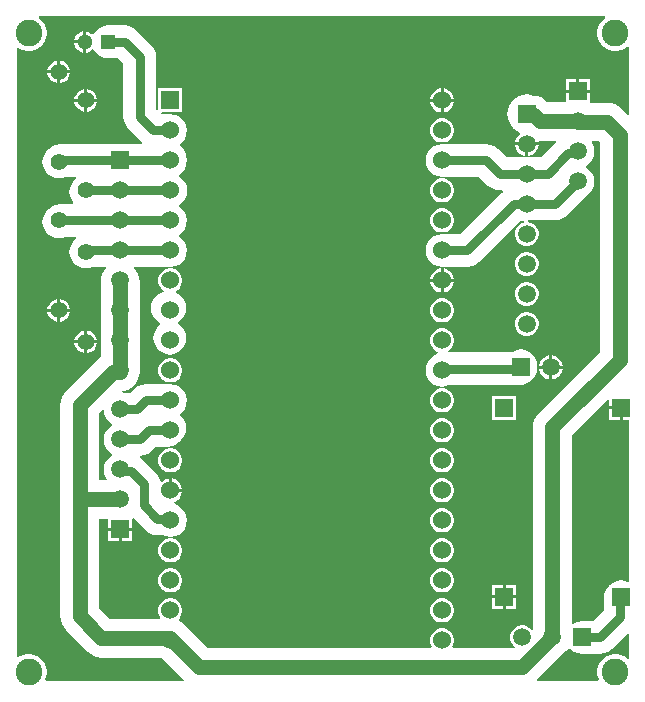
<source format=gbl>
G04*
G04 #@! TF.GenerationSoftware,Altium Limited,Altium Designer,22.4.2 (48)*
G04*
G04 Layer_Physical_Order=2*
G04 Layer_Color=16711680*
%FSLAX23Y23*%
%MOIN*%
G70*
G04*
G04 #@! TF.SameCoordinates,591487FC-1082-4C1E-878C-0D24C6327220*
G04*
G04*
G04 #@! TF.FilePolarity,Positive*
G04*
G01*
G75*
%ADD10C,0.030*%
%ADD11C,0.050*%
%ADD12C,0.055*%
%ADD13R,0.060X0.060*%
%ADD14C,0.060*%
%ADD15R,0.051X0.051*%
%ADD16C,0.051*%
%ADD17C,0.059*%
%ADD18R,0.059X0.059*%
%ADD19R,0.060X0.060*%
%ADD20R,0.059X0.059*%
%ADD21C,0.089*%
G36*
X4922Y3990D02*
X4917Y3987D01*
X4908Y3978D01*
X4902Y3968D01*
X4897Y3958D01*
X4895Y3946D01*
Y3934D01*
X4897Y3922D01*
X4902Y3912D01*
X4908Y3902D01*
X4917Y3893D01*
X4927Y3887D01*
X4937Y3882D01*
X4949Y3880D01*
X4961D01*
X4973Y3882D01*
X4983Y3887D01*
X4993Y3893D01*
X4996Y3896D01*
X5000Y3894D01*
Y3669D01*
X4996Y3667D01*
X4974Y3689D01*
X4964Y3697D01*
X4953Y3703D01*
X4941Y3707D01*
X4928Y3708D01*
X4870D01*
Y3740D01*
X4830D01*
X4790D01*
Y3710D01*
X4731D01*
X4729Y3711D01*
X4719Y3719D01*
X4708Y3725D01*
X4696Y3729D01*
X4683Y3730D01*
X4673Y3733D01*
X4660Y3735D01*
X4647Y3733D01*
X4635Y3730D01*
X4624Y3724D01*
X4614Y3716D01*
X4606Y3706D01*
X4600Y3695D01*
X4597Y3683D01*
X4595Y3670D01*
X4597Y3657D01*
X4600Y3645D01*
X4606Y3634D01*
X4614Y3624D01*
X4619Y3620D01*
X4629Y3612D01*
X4636Y3608D01*
X4636Y3602D01*
X4636Y3602D01*
X4628Y3594D01*
X4623Y3585D01*
X4620Y3575D01*
Y3575D01*
X4660D01*
X4700D01*
Y3575D01*
X4699Y3577D01*
X4702Y3580D01*
X4704Y3580D01*
X4756D01*
X4758Y3575D01*
X4707Y3525D01*
X4593D01*
X4564Y3554D01*
X4552Y3562D01*
X4539Y3568D01*
X4525Y3570D01*
X4378D01*
X4363Y3568D01*
X4350Y3562D01*
X4339Y3554D01*
X4330Y3542D01*
X4325Y3529D01*
X4323Y3515D01*
X4325Y3501D01*
X4330Y3488D01*
X4339Y3476D01*
X4350Y3468D01*
X4363Y3462D01*
X4378Y3460D01*
X4502D01*
X4531Y3431D01*
X4543Y3423D01*
X4556Y3417D01*
X4570Y3415D01*
X4579D01*
X4581Y3410D01*
X4577Y3408D01*
X4439Y3270D01*
X4378D01*
X4363Y3268D01*
X4350Y3262D01*
X4339Y3254D01*
X4330Y3242D01*
X4325Y3229D01*
X4323Y3215D01*
X4325Y3201D01*
X4330Y3188D01*
X4339Y3176D01*
X4350Y3168D01*
X4363Y3162D01*
X4378Y3160D01*
X4462D01*
X4476Y3162D01*
X4489Y3168D01*
X4501Y3176D01*
X4639Y3314D01*
X4652D01*
X4653Y3309D01*
X4645Y3307D01*
X4636Y3302D01*
X4628Y3294D01*
X4623Y3285D01*
X4620Y3275D01*
Y3265D01*
X4623Y3255D01*
X4628Y3246D01*
X4636Y3238D01*
X4645Y3233D01*
X4655Y3230D01*
X4665D01*
X4675Y3233D01*
X4684Y3238D01*
X4692Y3246D01*
X4697Y3255D01*
X4700Y3265D01*
Y3275D01*
X4697Y3285D01*
X4692Y3294D01*
X4684Y3302D01*
X4675Y3307D01*
X4665Y3310D01*
X4664D01*
X4663Y3315D01*
X4668Y3315D01*
X4755D01*
X4769Y3317D01*
X4782Y3323D01*
X4794Y3331D01*
X4869Y3406D01*
X4877Y3418D01*
X4883Y3431D01*
X4885Y3445D01*
X4883Y3459D01*
X4877Y3472D01*
X4869Y3484D01*
X4859Y3491D01*
X4858Y3497D01*
X4863Y3501D01*
X4869Y3506D01*
X4877Y3518D01*
X4883Y3531D01*
X4885Y3545D01*
X4883Y3559D01*
X4877Y3572D01*
X4876Y3574D01*
X4878Y3579D01*
X4901D01*
X4905Y3575D01*
Y2877D01*
X4699Y2671D01*
X4691Y2661D01*
X4685Y2650D01*
X4682Y2638D01*
X4680Y2625D01*
Y1953D01*
X4676Y1950D01*
X4669Y1957D01*
X4660Y1962D01*
X4650Y1965D01*
X4640D01*
X4630Y1962D01*
X4621Y1957D01*
X4613Y1949D01*
X4608Y1940D01*
X4605Y1930D01*
Y1920D01*
X4608Y1910D01*
X4613Y1901D01*
X4620Y1894D01*
X4617Y1890D01*
X4415D01*
X4412Y1895D01*
X4415Y1900D01*
X4418Y1910D01*
Y1920D01*
X4415Y1930D01*
X4410Y1940D01*
X4402Y1947D01*
X4393Y1952D01*
X4383Y1955D01*
X4372D01*
X4362Y1952D01*
X4353Y1947D01*
X4346Y1940D01*
X4340Y1930D01*
X4338Y1920D01*
Y1910D01*
X4340Y1900D01*
X4343Y1895D01*
X4340Y1890D01*
X3595D01*
X3516Y1969D01*
X3506Y1977D01*
X3500Y1980D01*
X3500Y1986D01*
X3504Y1990D01*
X3509Y2000D01*
X3512Y2010D01*
Y2020D01*
X3509Y2030D01*
X3504Y2040D01*
X3497Y2047D01*
X3488Y2052D01*
X3477Y2055D01*
X3467D01*
X3457Y2052D01*
X3448Y2047D01*
X3440Y2040D01*
X3435Y2030D01*
X3432Y2020D01*
Y2010D01*
X3435Y2000D01*
X3439Y1993D01*
X3436Y1988D01*
X3269D01*
X3235Y2022D01*
Y2320D01*
X3265D01*
Y2290D01*
X3305D01*
X3345D01*
Y2321D01*
X3350Y2323D01*
X3390Y2282D01*
X3402Y2273D01*
X3415Y2268D01*
X3429Y2266D01*
X3449D01*
X3458Y2262D01*
X3472Y2260D01*
X3486Y2262D01*
X3500Y2268D01*
X3511Y2276D01*
X3520Y2288D01*
X3525Y2301D01*
X3527Y2315D01*
X3525Y2329D01*
X3520Y2342D01*
X3511Y2354D01*
X3505Y2360D01*
X3494Y2368D01*
X3485Y2372D01*
X3485Y2377D01*
X3488Y2378D01*
X3497Y2383D01*
X3504Y2390D01*
X3509Y2400D01*
X3512Y2410D01*
Y2410D01*
X3472D01*
Y2415D01*
X3467D01*
Y2455D01*
X3467D01*
X3457Y2452D01*
X3448Y2447D01*
X3443Y2443D01*
X3438Y2445D01*
X3437Y2450D01*
X3432Y2463D01*
X3423Y2474D01*
X3379Y2518D01*
X3370Y2525D01*
X3370Y2526D01*
X3372Y2530D01*
X3384Y2532D01*
X3397Y2538D01*
X3409Y2546D01*
X3423Y2560D01*
X3462D01*
X3476Y2562D01*
X3489Y2568D01*
X3501Y2576D01*
X3509Y2584D01*
X3517Y2596D01*
X3523Y2609D01*
X3525Y2623D01*
X3523Y2637D01*
X3517Y2650D01*
X3509Y2662D01*
X3504Y2666D01*
Y2671D01*
X3511Y2676D01*
X3520Y2688D01*
X3525Y2701D01*
X3527Y2715D01*
X3525Y2729D01*
X3520Y2742D01*
X3511Y2754D01*
X3500Y2762D01*
X3486Y2768D01*
X3472Y2770D01*
X3390D01*
X3376Y2768D01*
X3363Y2762D01*
X3351Y2754D01*
X3337Y2740D01*
X3313D01*
X3311Y2745D01*
X3311Y2746D01*
X3318Y2747D01*
X3330Y2750D01*
X3341Y2756D01*
X3351Y2764D01*
X3359Y2774D01*
X3365Y2785D01*
X3368Y2797D01*
X3370Y2810D01*
Y3110D01*
X3368Y3123D01*
X3365Y3135D01*
X3359Y3146D01*
X3351Y3155D01*
X3352Y3160D01*
X3352Y3160D01*
X3472D01*
X3486Y3162D01*
X3500Y3168D01*
X3511Y3176D01*
X3520Y3188D01*
X3525Y3201D01*
X3527Y3215D01*
X3525Y3229D01*
X3520Y3242D01*
X3511Y3254D01*
X3500Y3262D01*
X3500Y3265D01*
Y3265D01*
X3500Y3268D01*
X3511Y3276D01*
X3520Y3288D01*
X3525Y3301D01*
X3527Y3315D01*
X3525Y3329D01*
X3520Y3342D01*
X3511Y3354D01*
X3500Y3362D01*
X3500Y3367D01*
X3501Y3368D01*
X3512Y3376D01*
X3521Y3388D01*
X3526Y3401D01*
X3528Y3415D01*
X3526Y3429D01*
X3521Y3442D01*
X3512Y3454D01*
X3501Y3462D01*
X3500Y3463D01*
X3500Y3468D01*
X3511Y3476D01*
X3520Y3488D01*
X3525Y3501D01*
X3527Y3515D01*
X3525Y3529D01*
X3524Y3533D01*
X3523Y3537D01*
X3517Y3550D01*
X3509Y3562D01*
X3504Y3566D01*
X3504Y3571D01*
X3511Y3576D01*
X3520Y3588D01*
X3525Y3601D01*
X3527Y3615D01*
X3525Y3629D01*
X3520Y3642D01*
X3511Y3654D01*
X3500Y3662D01*
X3486Y3668D01*
X3472Y3670D01*
X3442D01*
X3442Y3670D01*
X3445Y3675D01*
X3512D01*
Y3755D01*
X3432D01*
Y3684D01*
X3427Y3682D01*
X3425Y3684D01*
Y3860D01*
X3423Y3874D01*
X3417Y3887D01*
X3409Y3899D01*
X3359Y3949D01*
X3347Y3957D01*
X3334Y3963D01*
X3320Y3965D01*
X3265D01*
X3251Y3963D01*
X3238Y3957D01*
X3226Y3949D01*
X3218Y3937D01*
X3217Y3937D01*
X3211Y3935D01*
X3208Y3938D01*
X3200Y3943D01*
X3191Y3946D01*
Y3910D01*
Y3874D01*
X3200Y3877D01*
X3208Y3882D01*
X3211Y3885D01*
X3217Y3883D01*
X3218Y3883D01*
X3226Y3871D01*
X3238Y3863D01*
X3251Y3857D01*
X3265Y3855D01*
X3297D01*
X3315Y3837D01*
Y3660D01*
X3317Y3646D01*
X3323Y3633D01*
X3331Y3621D01*
X3376Y3576D01*
X3378Y3575D01*
X3377Y3570D01*
X3123D01*
X3121Y3570D01*
X3105D01*
X3091Y3568D01*
X3077Y3562D01*
X3066Y3554D01*
X3061Y3549D01*
X3053Y3537D01*
X3047Y3524D01*
X3045Y3510D01*
X3047Y3496D01*
X3053Y3483D01*
X3061Y3471D01*
X3073Y3463D01*
X3086Y3457D01*
X3100Y3455D01*
X3114Y3457D01*
X3121Y3460D01*
X3123D01*
X3124Y3460D01*
X3157D01*
X3158Y3455D01*
X3156Y3454D01*
X3151Y3449D01*
X3143Y3437D01*
X3137Y3424D01*
X3135Y3410D01*
X3137Y3396D01*
X3143Y3383D01*
X3148Y3375D01*
X3146Y3370D01*
X3123D01*
X3121Y3370D01*
X3105D01*
X3091Y3368D01*
X3077Y3362D01*
X3066Y3354D01*
X3061Y3349D01*
X3053Y3337D01*
X3047Y3324D01*
X3045Y3310D01*
X3047Y3296D01*
X3053Y3283D01*
X3061Y3271D01*
X3073Y3263D01*
X3086Y3257D01*
X3100Y3255D01*
X3114Y3257D01*
X3121Y3260D01*
X3123D01*
X3124Y3260D01*
X3157D01*
X3158Y3255D01*
X3156Y3254D01*
X3151Y3249D01*
X3143Y3237D01*
X3137Y3224D01*
X3135Y3210D01*
X3137Y3196D01*
X3143Y3183D01*
X3151Y3171D01*
X3163Y3163D01*
X3176Y3157D01*
X3190Y3155D01*
X3204Y3157D01*
X3211Y3160D01*
X3218D01*
X3219Y3160D01*
X3258D01*
X3258Y3160D01*
X3259Y3155D01*
X3251Y3146D01*
X3245Y3135D01*
X3242Y3123D01*
X3240Y3110D01*
Y2861D01*
X3234Y2856D01*
X3124Y2746D01*
X3116Y2736D01*
X3110Y2725D01*
X3107Y2713D01*
X3105Y2700D01*
Y2390D01*
Y1995D01*
X3107Y1982D01*
X3110Y1970D01*
X3116Y1959D01*
X3124Y1949D01*
X3196Y1877D01*
X3206Y1869D01*
X3217Y1863D01*
X3229Y1860D01*
X3242Y1858D01*
X3443D01*
X3517Y1784D01*
X3515Y1780D01*
X3058D01*
X3054Y1785D01*
X3058Y1792D01*
X3060Y1804D01*
Y1816D01*
X3058Y1828D01*
X3053Y1838D01*
X3047Y1848D01*
X3038Y1857D01*
X3028Y1863D01*
X3018Y1868D01*
X3006Y1870D01*
X2994D01*
X2982Y1868D01*
X2972Y1863D01*
X2965Y1859D01*
X2960Y1861D01*
Y3889D01*
X2965Y3891D01*
X2972Y3887D01*
X2982Y3882D01*
X2994Y3880D01*
X3006D01*
X3018Y3882D01*
X3028Y3887D01*
X3038Y3893D01*
X3047Y3902D01*
X3053Y3912D01*
X3058Y3922D01*
X3060Y3934D01*
Y3946D01*
X3058Y3958D01*
X3053Y3968D01*
X3047Y3978D01*
X3038Y3987D01*
X3033Y3990D01*
X3034Y3995D01*
X4921D01*
X4922Y3990D01*
D02*
G37*
G36*
X3251Y2682D02*
X3252Y2671D01*
X3258Y2658D01*
X3266Y2646D01*
X3277Y2638D01*
X3278Y2635D01*
Y2635D01*
X3277Y2632D01*
X3266Y2624D01*
X3258Y2612D01*
X3252Y2599D01*
X3250Y2585D01*
X3252Y2571D01*
X3258Y2558D01*
X3266Y2546D01*
X3277Y2538D01*
X3278Y2535D01*
Y2535D01*
X3277Y2532D01*
X3266Y2524D01*
X3258Y2512D01*
X3252Y2499D01*
X3250Y2485D01*
X3252Y2471D01*
X3258Y2458D01*
X3260Y2454D01*
X3258Y2450D01*
X3235D01*
Y2673D01*
X3245Y2684D01*
X3251Y2682D01*
D02*
G37*
G36*
X4935Y2717D02*
Y2695D01*
X4975D01*
Y2690D01*
X4980D01*
Y2650D01*
X5000D01*
Y2113D01*
X4996Y2110D01*
X4989Y2113D01*
X4975Y2115D01*
X4961Y2113D01*
X4948Y2107D01*
X4938Y2100D01*
X4935D01*
Y2098D01*
X4933Y2095D01*
X4924Y2084D01*
X4919Y2071D01*
X4917Y2057D01*
Y2014D01*
X4882Y1980D01*
X4845D01*
X4831Y1978D01*
X4818Y1972D01*
X4814Y1970D01*
X4810Y1972D01*
Y2598D01*
X4930Y2719D01*
X4935Y2717D01*
D02*
G37*
G36*
X5000Y1936D02*
Y1856D01*
X4996Y1854D01*
X4993Y1857D01*
X4983Y1863D01*
X4973Y1868D01*
X4961Y1870D01*
X4949D01*
X4937Y1868D01*
X4927Y1863D01*
X4917Y1857D01*
X4908Y1848D01*
X4902Y1838D01*
X4897Y1828D01*
X4895Y1816D01*
Y1804D01*
X4897Y1792D01*
X4901Y1785D01*
X4897Y1780D01*
X4696D01*
X4694Y1784D01*
X4781Y1872D01*
X4791Y1879D01*
X4797Y1887D01*
X4803Y1888D01*
X4805Y1885D01*
Y1885D01*
X4810Y1884D01*
X4818Y1878D01*
X4831Y1872D01*
X4845Y1870D01*
X4905D01*
X4919Y1872D01*
X4932Y1878D01*
X4944Y1886D01*
X4996Y1938D01*
X5000Y1936D01*
D02*
G37*
%LPC*%
G36*
X3181Y3946D02*
X3173Y3943D01*
X3164Y3938D01*
X3158Y3932D01*
X3153Y3924D01*
X3151Y3915D01*
X3181D01*
Y3946D01*
D02*
G37*
G36*
Y3905D02*
X3151D01*
X3153Y3896D01*
X3158Y3888D01*
X3164Y3882D01*
X3173Y3877D01*
X3181Y3874D01*
Y3905D01*
D02*
G37*
G36*
X3105Y3848D02*
Y3815D01*
X3138D01*
X3135Y3824D01*
X3130Y3833D01*
X3123Y3840D01*
X3114Y3845D01*
X3105Y3848D01*
D02*
G37*
G36*
X3095D02*
X3086Y3845D01*
X3077Y3840D01*
X3070Y3833D01*
X3065Y3824D01*
X3062Y3815D01*
X3095D01*
Y3848D01*
D02*
G37*
G36*
X3138Y3805D02*
X3105D01*
Y3772D01*
X3114Y3775D01*
X3123Y3780D01*
X3130Y3787D01*
X3135Y3796D01*
X3138Y3805D01*
D02*
G37*
G36*
X3095D02*
X3062D01*
X3065Y3796D01*
X3070Y3787D01*
X3077Y3780D01*
X3086Y3775D01*
X3095Y3772D01*
Y3805D01*
D02*
G37*
G36*
X4870Y3785D02*
X4835D01*
Y3750D01*
X4870D01*
Y3785D01*
D02*
G37*
G36*
X4825D02*
X4790D01*
Y3750D01*
X4825D01*
Y3785D01*
D02*
G37*
G36*
X3195Y3753D02*
Y3720D01*
X3228D01*
X3225Y3729D01*
X3220Y3738D01*
X3213Y3745D01*
X3204Y3750D01*
X3195Y3753D01*
D02*
G37*
G36*
X4383Y3755D02*
X4383D01*
Y3720D01*
X4418D01*
Y3720D01*
X4415Y3730D01*
X4410Y3740D01*
X4402Y3747D01*
X4393Y3752D01*
X4383Y3755D01*
D02*
G37*
G36*
X4373D02*
X4372D01*
X4362Y3752D01*
X4353Y3747D01*
X4346Y3740D01*
X4340Y3730D01*
X4338Y3720D01*
Y3720D01*
X4373D01*
Y3755D01*
D02*
G37*
G36*
X3185Y3753D02*
X3176Y3750D01*
X3167Y3745D01*
X3160Y3738D01*
X3155Y3729D01*
X3152Y3720D01*
X3185D01*
Y3753D01*
D02*
G37*
G36*
X3228Y3710D02*
X3195D01*
Y3677D01*
X3204Y3680D01*
X3213Y3685D01*
X3220Y3692D01*
X3225Y3701D01*
X3228Y3710D01*
D02*
G37*
G36*
X3185D02*
X3152D01*
X3155Y3701D01*
X3160Y3692D01*
X3167Y3685D01*
X3176Y3680D01*
X3185Y3677D01*
Y3710D01*
D02*
G37*
G36*
X4418D02*
X4383D01*
Y3675D01*
X4383D01*
X4393Y3678D01*
X4402Y3683D01*
X4410Y3690D01*
X4415Y3700D01*
X4418Y3710D01*
Y3710D01*
D02*
G37*
G36*
X4373D02*
X4338D01*
Y3710D01*
X4340Y3700D01*
X4346Y3690D01*
X4353Y3683D01*
X4362Y3678D01*
X4372Y3675D01*
X4373D01*
Y3710D01*
D02*
G37*
G36*
X4383Y3655D02*
X4372D01*
X4362Y3652D01*
X4353Y3647D01*
X4346Y3640D01*
X4340Y3630D01*
X4338Y3620D01*
Y3610D01*
X4340Y3600D01*
X4346Y3590D01*
X4353Y3583D01*
X4362Y3578D01*
X4372Y3575D01*
X4383D01*
X4393Y3578D01*
X4402Y3583D01*
X4410Y3590D01*
X4415Y3600D01*
X4418Y3610D01*
Y3620D01*
X4415Y3630D01*
X4410Y3640D01*
X4402Y3647D01*
X4393Y3652D01*
X4383Y3655D01*
D02*
G37*
G36*
X4700Y3565D02*
X4665D01*
Y3530D01*
X4665D01*
X4675Y3533D01*
X4684Y3538D01*
X4692Y3546D01*
X4697Y3555D01*
X4700Y3565D01*
Y3565D01*
D02*
G37*
G36*
X4655D02*
X4620D01*
Y3565D01*
X4623Y3555D01*
X4628Y3546D01*
X4636Y3538D01*
X4645Y3533D01*
X4655Y3530D01*
X4655D01*
Y3565D01*
D02*
G37*
G36*
X4383Y3455D02*
X4372D01*
X4362Y3452D01*
X4353Y3447D01*
X4346Y3440D01*
X4340Y3430D01*
X4338Y3420D01*
Y3410D01*
X4340Y3400D01*
X4346Y3390D01*
X4353Y3383D01*
X4362Y3378D01*
X4372Y3375D01*
X4383D01*
X4393Y3378D01*
X4402Y3383D01*
X4410Y3390D01*
X4415Y3400D01*
X4418Y3410D01*
Y3420D01*
X4415Y3430D01*
X4410Y3440D01*
X4402Y3447D01*
X4393Y3452D01*
X4383Y3455D01*
D02*
G37*
G36*
Y3355D02*
X4372D01*
X4362Y3352D01*
X4353Y3347D01*
X4346Y3340D01*
X4340Y3330D01*
X4338Y3320D01*
Y3310D01*
X4340Y3300D01*
X4346Y3290D01*
X4353Y3283D01*
X4362Y3278D01*
X4372Y3275D01*
X4383D01*
X4393Y3278D01*
X4402Y3283D01*
X4410Y3290D01*
X4415Y3300D01*
X4418Y3310D01*
Y3320D01*
X4415Y3330D01*
X4410Y3340D01*
X4402Y3347D01*
X4393Y3352D01*
X4383Y3355D01*
D02*
G37*
G36*
X4665Y3210D02*
X4655D01*
X4645Y3207D01*
X4636Y3202D01*
X4628Y3194D01*
X4623Y3185D01*
X4620Y3175D01*
Y3165D01*
X4623Y3155D01*
X4628Y3146D01*
X4636Y3138D01*
X4645Y3133D01*
X4655Y3130D01*
X4665D01*
X4675Y3133D01*
X4684Y3138D01*
X4692Y3146D01*
X4697Y3155D01*
X4700Y3165D01*
Y3175D01*
X4697Y3185D01*
X4692Y3194D01*
X4684Y3202D01*
X4675Y3207D01*
X4665Y3210D01*
D02*
G37*
G36*
X4383Y3155D02*
X4383D01*
Y3120D01*
X4418D01*
Y3120D01*
X4415Y3130D01*
X4410Y3140D01*
X4402Y3147D01*
X4393Y3152D01*
X4383Y3155D01*
D02*
G37*
G36*
X4373D02*
X4372D01*
X4362Y3152D01*
X4353Y3147D01*
X4346Y3140D01*
X4340Y3130D01*
X4338Y3120D01*
Y3120D01*
X4373D01*
Y3155D01*
D02*
G37*
G36*
X4418Y3110D02*
X4383D01*
Y3075D01*
X4383D01*
X4393Y3078D01*
X4402Y3083D01*
X4410Y3090D01*
X4415Y3100D01*
X4418Y3110D01*
Y3110D01*
D02*
G37*
G36*
X4373D02*
X4338D01*
Y3110D01*
X4340Y3100D01*
X4346Y3090D01*
X4353Y3083D01*
X4362Y3078D01*
X4372Y3075D01*
X4373D01*
Y3110D01*
D02*
G37*
G36*
X4665Y3110D02*
X4655D01*
X4645Y3107D01*
X4636Y3102D01*
X4628Y3094D01*
X4623Y3085D01*
X4620Y3075D01*
Y3065D01*
X4623Y3055D01*
X4628Y3046D01*
X4636Y3038D01*
X4645Y3033D01*
X4655Y3030D01*
X4665D01*
X4675Y3033D01*
X4684Y3038D01*
X4692Y3046D01*
X4697Y3055D01*
X4700Y3065D01*
Y3075D01*
X4697Y3085D01*
X4692Y3094D01*
X4684Y3102D01*
X4675Y3107D01*
X4665Y3110D01*
D02*
G37*
G36*
X3105Y3053D02*
Y3020D01*
X3138D01*
X3135Y3029D01*
X3130Y3038D01*
X3123Y3045D01*
X3114Y3050D01*
X3105Y3053D01*
D02*
G37*
G36*
X3095D02*
X3086Y3050D01*
X3077Y3045D01*
X3070Y3038D01*
X3065Y3029D01*
X3062Y3020D01*
X3095D01*
Y3053D01*
D02*
G37*
G36*
X3138Y3010D02*
X3105D01*
Y2977D01*
X3114Y2980D01*
X3123Y2985D01*
X3130Y2992D01*
X3135Y3001D01*
X3138Y3010D01*
D02*
G37*
G36*
X3095D02*
X3062D01*
X3065Y3001D01*
X3070Y2992D01*
X3077Y2985D01*
X3086Y2980D01*
X3095Y2977D01*
Y3010D01*
D02*
G37*
G36*
X4383Y3055D02*
X4372D01*
X4362Y3052D01*
X4353Y3047D01*
X4346Y3040D01*
X4340Y3030D01*
X4338Y3020D01*
Y3010D01*
X4340Y3000D01*
X4346Y2990D01*
X4353Y2983D01*
X4362Y2978D01*
X4372Y2975D01*
X4383D01*
X4393Y2978D01*
X4402Y2983D01*
X4410Y2990D01*
X4415Y3000D01*
X4418Y3010D01*
Y3020D01*
X4415Y3030D01*
X4410Y3040D01*
X4402Y3047D01*
X4393Y3052D01*
X4383Y3055D01*
D02*
G37*
G36*
X4665Y3010D02*
X4655D01*
X4645Y3007D01*
X4636Y3002D01*
X4628Y2994D01*
X4623Y2985D01*
X4620Y2975D01*
Y2965D01*
X4623Y2955D01*
X4628Y2946D01*
X4636Y2938D01*
X4645Y2933D01*
X4655Y2930D01*
X4665D01*
X4675Y2933D01*
X4684Y2938D01*
X4692Y2946D01*
X4697Y2955D01*
X4700Y2965D01*
Y2975D01*
X4697Y2985D01*
X4692Y2994D01*
X4684Y3002D01*
X4675Y3007D01*
X4665Y3010D01*
D02*
G37*
G36*
X3195Y2948D02*
Y2915D01*
X3228D01*
X3225Y2924D01*
X3220Y2933D01*
X3213Y2940D01*
X3204Y2945D01*
X3195Y2948D01*
D02*
G37*
G36*
X3185D02*
X3176Y2945D01*
X3167Y2940D01*
X3160Y2933D01*
X3155Y2924D01*
X3152Y2915D01*
X3185D01*
Y2948D01*
D02*
G37*
G36*
X3228Y2905D02*
X3195D01*
Y2872D01*
X3204Y2875D01*
X3213Y2880D01*
X3220Y2887D01*
X3225Y2896D01*
X3228Y2905D01*
D02*
G37*
G36*
X3185D02*
X3152D01*
X3155Y2896D01*
X3160Y2887D01*
X3167Y2880D01*
X3176Y2875D01*
X3185Y2872D01*
Y2905D01*
D02*
G37*
G36*
X3477Y3155D02*
X3467D01*
X3457Y3152D01*
X3448Y3147D01*
X3440Y3140D01*
X3435Y3130D01*
X3432Y3120D01*
Y3110D01*
X3435Y3100D01*
X3440Y3090D01*
X3448Y3083D01*
X3450Y3081D01*
X3449Y3076D01*
X3447Y3076D01*
X3434Y3070D01*
X3423Y3062D01*
X3414Y3050D01*
X3409Y3037D01*
X3407Y3023D01*
X3409Y3009D01*
X3414Y2996D01*
X3423Y2984D01*
X3434Y2975D01*
X3439Y2974D01*
X3439Y2968D01*
X3431Y2962D01*
X3423Y2950D01*
X3417Y2937D01*
X3415Y2923D01*
X3417Y2909D01*
X3423Y2896D01*
X3431Y2884D01*
X3443Y2875D01*
X3456Y2870D01*
X3470Y2868D01*
X3484Y2870D01*
X3497Y2875D01*
X3509Y2884D01*
X3517Y2896D01*
X3523Y2909D01*
X3525Y2923D01*
X3523Y2937D01*
X3517Y2950D01*
X3509Y2962D01*
X3498Y2970D01*
X3497Y2973D01*
Y2973D01*
X3498Y2976D01*
X3509Y2984D01*
X3517Y2996D01*
X3523Y3009D01*
X3525Y3023D01*
X3523Y3037D01*
X3517Y3050D01*
X3509Y3062D01*
X3497Y3070D01*
X3490Y3073D01*
X3490Y3079D01*
X3497Y3083D01*
X3504Y3090D01*
X3509Y3100D01*
X3512Y3110D01*
Y3120D01*
X3509Y3130D01*
X3504Y3140D01*
X3497Y3147D01*
X3488Y3152D01*
X3477Y3155D01*
D02*
G37*
G36*
X4745Y2865D02*
X4745D01*
Y2830D01*
X4780D01*
Y2830D01*
X4777Y2840D01*
X4772Y2849D01*
X4764Y2857D01*
X4755Y2862D01*
X4745Y2865D01*
D02*
G37*
G36*
X4735D02*
X4735D01*
X4725Y2862D01*
X4716Y2857D01*
X4708Y2849D01*
X4703Y2840D01*
X4700Y2830D01*
Y2830D01*
X4735D01*
Y2865D01*
D02*
G37*
G36*
X4780Y2820D02*
X4745D01*
Y2785D01*
X4745D01*
X4755Y2788D01*
X4764Y2793D01*
X4772Y2801D01*
X4777Y2810D01*
X4780Y2820D01*
Y2820D01*
D02*
G37*
G36*
X4735D02*
X4700D01*
Y2820D01*
X4703Y2810D01*
X4708Y2801D01*
X4716Y2793D01*
X4725Y2788D01*
X4735Y2785D01*
X4735D01*
Y2820D01*
D02*
G37*
G36*
X3477Y2855D02*
X3467D01*
X3457Y2852D01*
X3448Y2847D01*
X3440Y2840D01*
X3435Y2830D01*
X3432Y2820D01*
Y2810D01*
X3435Y2800D01*
X3440Y2790D01*
X3448Y2783D01*
X3457Y2778D01*
X3467Y2775D01*
X3477D01*
X3488Y2778D01*
X3497Y2783D01*
X3504Y2790D01*
X3509Y2800D01*
X3512Y2810D01*
Y2820D01*
X3509Y2830D01*
X3504Y2840D01*
X3497Y2847D01*
X3488Y2852D01*
X3477Y2855D01*
D02*
G37*
G36*
X4383Y2955D02*
X4372D01*
X4362Y2952D01*
X4353Y2947D01*
X4346Y2940D01*
X4340Y2930D01*
X4338Y2920D01*
Y2910D01*
X4340Y2900D01*
X4346Y2890D01*
X4353Y2883D01*
X4362Y2878D01*
X4365Y2877D01*
X4365Y2872D01*
X4355Y2867D01*
X4344Y2859D01*
X4339Y2854D01*
X4330Y2842D01*
X4325Y2829D01*
X4323Y2815D01*
X4325Y2801D01*
X4330Y2788D01*
X4339Y2776D01*
X4350Y2768D01*
X4363Y2762D01*
X4378Y2760D01*
X4392Y2762D01*
X4399Y2765D01*
X4635D01*
X4649Y2767D01*
X4662Y2773D01*
X4674Y2781D01*
X4678Y2785D01*
X4680D01*
Y2787D01*
X4687Y2798D01*
X4693Y2811D01*
X4695Y2825D01*
X4695Y2828D01*
X4695Y2830D01*
X4693Y2844D01*
X4687Y2857D01*
X4679Y2869D01*
X4667Y2877D01*
X4654Y2883D01*
X4640Y2885D01*
X4626Y2883D01*
X4613Y2877D01*
X4609Y2875D01*
X4398D01*
X4397Y2880D01*
X4402Y2883D01*
X4410Y2890D01*
X4415Y2900D01*
X4418Y2910D01*
Y2920D01*
X4415Y2930D01*
X4410Y2940D01*
X4402Y2947D01*
X4393Y2952D01*
X4383Y2955D01*
D02*
G37*
G36*
Y2755D02*
X4372D01*
X4362Y2752D01*
X4353Y2747D01*
X4346Y2740D01*
X4340Y2730D01*
X4338Y2720D01*
Y2710D01*
X4340Y2700D01*
X4346Y2690D01*
X4353Y2683D01*
X4362Y2678D01*
X4372Y2675D01*
X4383D01*
X4393Y2678D01*
X4402Y2683D01*
X4410Y2690D01*
X4415Y2700D01*
X4418Y2710D01*
Y2720D01*
X4415Y2730D01*
X4410Y2740D01*
X4402Y2747D01*
X4393Y2752D01*
X4383Y2755D01*
D02*
G37*
G36*
X4625Y2730D02*
X4545D01*
Y2650D01*
X4625D01*
Y2730D01*
D02*
G37*
G36*
X4383Y2655D02*
X4372D01*
X4362Y2652D01*
X4353Y2647D01*
X4346Y2640D01*
X4340Y2630D01*
X4338Y2620D01*
Y2610D01*
X4340Y2600D01*
X4346Y2590D01*
X4353Y2583D01*
X4362Y2578D01*
X4372Y2575D01*
X4383D01*
X4393Y2578D01*
X4402Y2583D01*
X4410Y2590D01*
X4415Y2600D01*
X4418Y2610D01*
Y2620D01*
X4415Y2630D01*
X4410Y2640D01*
X4402Y2647D01*
X4393Y2652D01*
X4383Y2655D01*
D02*
G37*
G36*
Y2555D02*
X4372D01*
X4362Y2552D01*
X4353Y2547D01*
X4346Y2540D01*
X4340Y2530D01*
X4338Y2520D01*
Y2510D01*
X4340Y2500D01*
X4346Y2490D01*
X4353Y2483D01*
X4362Y2478D01*
X4372Y2475D01*
X4383D01*
X4393Y2478D01*
X4402Y2483D01*
X4410Y2490D01*
X4415Y2500D01*
X4418Y2510D01*
Y2520D01*
X4415Y2530D01*
X4410Y2540D01*
X4402Y2547D01*
X4393Y2552D01*
X4383Y2555D01*
D02*
G37*
G36*
X3477D02*
X3467D01*
X3457Y2552D01*
X3448Y2547D01*
X3440Y2540D01*
X3435Y2530D01*
X3432Y2520D01*
Y2510D01*
X3435Y2500D01*
X3440Y2490D01*
X3448Y2483D01*
X3457Y2478D01*
X3467Y2475D01*
X3477D01*
X3488Y2478D01*
X3497Y2483D01*
X3504Y2490D01*
X3509Y2500D01*
X3512Y2510D01*
Y2520D01*
X3509Y2530D01*
X3504Y2540D01*
X3497Y2547D01*
X3488Y2552D01*
X3477Y2555D01*
D02*
G37*
G36*
Y2455D02*
X3477D01*
Y2420D01*
X3512D01*
Y2420D01*
X3509Y2430D01*
X3504Y2440D01*
X3497Y2447D01*
X3488Y2452D01*
X3477Y2455D01*
D02*
G37*
G36*
X4383D02*
X4372D01*
X4362Y2452D01*
X4353Y2447D01*
X4346Y2440D01*
X4340Y2430D01*
X4338Y2420D01*
Y2410D01*
X4340Y2400D01*
X4346Y2390D01*
X4353Y2383D01*
X4362Y2378D01*
X4372Y2375D01*
X4383D01*
X4393Y2378D01*
X4402Y2383D01*
X4410Y2390D01*
X4415Y2400D01*
X4418Y2410D01*
Y2420D01*
X4415Y2430D01*
X4410Y2440D01*
X4402Y2447D01*
X4393Y2452D01*
X4383Y2455D01*
D02*
G37*
G36*
Y2355D02*
X4372D01*
X4362Y2352D01*
X4353Y2347D01*
X4346Y2340D01*
X4340Y2330D01*
X4338Y2320D01*
Y2310D01*
X4340Y2300D01*
X4346Y2290D01*
X4353Y2283D01*
X4362Y2278D01*
X4372Y2275D01*
X4383D01*
X4393Y2278D01*
X4402Y2283D01*
X4410Y2290D01*
X4415Y2300D01*
X4418Y2310D01*
Y2320D01*
X4415Y2330D01*
X4410Y2340D01*
X4402Y2347D01*
X4393Y2352D01*
X4383Y2355D01*
D02*
G37*
G36*
X3345Y2280D02*
X3310D01*
Y2245D01*
X3345D01*
Y2280D01*
D02*
G37*
G36*
X3300D02*
X3265D01*
Y2245D01*
X3300D01*
Y2280D01*
D02*
G37*
G36*
X4383Y2255D02*
X4372D01*
X4362Y2252D01*
X4353Y2247D01*
X4346Y2240D01*
X4340Y2230D01*
X4338Y2220D01*
Y2210D01*
X4340Y2200D01*
X4346Y2190D01*
X4353Y2183D01*
X4362Y2178D01*
X4372Y2175D01*
X4383D01*
X4393Y2178D01*
X4402Y2183D01*
X4410Y2190D01*
X4415Y2200D01*
X4418Y2210D01*
Y2220D01*
X4415Y2230D01*
X4410Y2240D01*
X4402Y2247D01*
X4393Y2252D01*
X4383Y2255D01*
D02*
G37*
G36*
X3477D02*
X3467D01*
X3457Y2252D01*
X3448Y2247D01*
X3440Y2240D01*
X3435Y2230D01*
X3432Y2220D01*
Y2210D01*
X3435Y2200D01*
X3440Y2190D01*
X3448Y2183D01*
X3457Y2178D01*
X3467Y2175D01*
X3477D01*
X3488Y2178D01*
X3497Y2183D01*
X3504Y2190D01*
X3509Y2200D01*
X3512Y2210D01*
Y2220D01*
X3509Y2230D01*
X3504Y2240D01*
X3497Y2247D01*
X3488Y2252D01*
X3477Y2255D01*
D02*
G37*
G36*
X4383Y2155D02*
X4372D01*
X4362Y2152D01*
X4353Y2147D01*
X4346Y2140D01*
X4340Y2130D01*
X4338Y2120D01*
Y2110D01*
X4340Y2100D01*
X4346Y2090D01*
X4353Y2083D01*
X4362Y2078D01*
X4372Y2075D01*
X4383D01*
X4393Y2078D01*
X4402Y2083D01*
X4410Y2090D01*
X4415Y2100D01*
X4418Y2110D01*
Y2120D01*
X4415Y2130D01*
X4410Y2140D01*
X4402Y2147D01*
X4393Y2152D01*
X4383Y2155D01*
D02*
G37*
G36*
X3477D02*
X3467D01*
X3457Y2152D01*
X3448Y2147D01*
X3440Y2140D01*
X3435Y2130D01*
X3432Y2120D01*
Y2110D01*
X3435Y2100D01*
X3440Y2090D01*
X3448Y2083D01*
X3457Y2078D01*
X3467Y2075D01*
X3477D01*
X3488Y2078D01*
X3497Y2083D01*
X3504Y2090D01*
X3509Y2100D01*
X3512Y2110D01*
Y2120D01*
X3509Y2130D01*
X3504Y2140D01*
X3497Y2147D01*
X3488Y2152D01*
X3477Y2155D01*
D02*
G37*
G36*
X4625Y2100D02*
X4590D01*
Y2065D01*
X4625D01*
Y2100D01*
D02*
G37*
G36*
X4580D02*
X4545D01*
Y2065D01*
X4580D01*
Y2100D01*
D02*
G37*
G36*
X4625Y2055D02*
X4590D01*
Y2020D01*
X4625D01*
Y2055D01*
D02*
G37*
G36*
X4580D02*
X4545D01*
Y2020D01*
X4580D01*
Y2055D01*
D02*
G37*
G36*
X4383D02*
X4372D01*
X4362Y2052D01*
X4353Y2047D01*
X4346Y2040D01*
X4340Y2030D01*
X4338Y2020D01*
Y2010D01*
X4340Y2000D01*
X4346Y1990D01*
X4353Y1983D01*
X4362Y1978D01*
X4372Y1975D01*
X4383D01*
X4393Y1978D01*
X4402Y1983D01*
X4410Y1990D01*
X4415Y2000D01*
X4418Y2010D01*
Y2020D01*
X4415Y2030D01*
X4410Y2040D01*
X4402Y2047D01*
X4393Y2052D01*
X4383Y2055D01*
D02*
G37*
G36*
X4970Y2685D02*
X4935D01*
Y2650D01*
X4970D01*
Y2685D01*
D02*
G37*
%LPD*%
D10*
X3305Y2585D02*
X3370D01*
X3400Y2615D02*
X3462D01*
X3370Y2585D02*
X3400Y2615D01*
X3311Y2479D02*
X3341D01*
X3384Y2436D01*
X3305Y2485D02*
X3311Y2479D01*
X3384Y2366D02*
Y2436D01*
Y2366D02*
X3429Y2321D01*
X3466D01*
X3472Y2315D01*
X3190Y3410D02*
X3195Y3415D01*
X3123Y3315D02*
X3123Y3315D01*
X3105Y3315D02*
X3123D01*
X3123Y3315D02*
X3305D01*
X3100Y3310D02*
X3105Y3315D01*
X3305Y3315D02*
X3472D01*
X4905Y1925D02*
X4972Y1992D01*
X4845Y1925D02*
X4905D01*
X4972Y1992D02*
Y2057D01*
X4975Y2060D01*
X3462Y2615D02*
X3470Y2623D01*
X3360Y2685D02*
X3390Y2715D01*
X3472D01*
X3305Y3215D02*
X3472D01*
X3464Y3517D02*
X3470Y3523D01*
X3305Y3510D02*
X3310Y3515D01*
X3472D01*
X3305D02*
X3310D01*
X3415Y3615D02*
X3472D01*
X3370Y3660D02*
Y3860D01*
Y3660D02*
X3415Y3615D01*
X3265Y3910D02*
X3320D01*
X3370Y3860D01*
X4660Y3470D02*
X4730D01*
X4378Y3515D02*
X4525D01*
X4570Y3470D01*
X4660D01*
X4378Y3215D02*
X4462D01*
X4636Y2826D02*
X4640Y2830D01*
X4383Y2820D02*
X4635D01*
X4640Y2825D01*
X4378Y2815D02*
X4383Y2820D01*
X3305Y3415D02*
X3473D01*
X3218D02*
X3305D01*
X3218Y3215D02*
X3305D01*
X4616Y3369D02*
X4659D01*
X4462Y3215D02*
X4616Y3369D01*
X4659D02*
X4660Y3370D01*
X4755D01*
X4799Y3539D02*
X4824D01*
X4830Y3545D01*
X4755Y3370D02*
X4830Y3445D01*
X4730Y3470D02*
X4799Y3539D01*
X3195Y3415D02*
X3218D01*
X3218Y3415D01*
X3195Y3215D02*
X3218D01*
X3190Y3210D02*
X3195Y3215D01*
X3218D02*
X3218Y3215D01*
X3105Y3515D02*
X3123D01*
X3123Y3515D02*
X3305D01*
X3100Y3510D02*
X3105Y3515D01*
X3123D02*
X3123Y3515D01*
X3305Y2685D02*
X3360D01*
X3461Y3023D02*
X3470D01*
Y2923D02*
Y2923D01*
D11*
X4745Y2625D02*
X4970Y2850D01*
X4928Y3643D02*
X4970Y3601D01*
Y2850D02*
Y3601D01*
X4683Y3665D02*
X4704Y3645D01*
X4828D01*
X4665Y3665D02*
X4683D01*
X4660Y3670D02*
X4665Y3665D01*
X4832Y3643D02*
X4928D01*
X4830Y3645D02*
X4832Y3643D01*
X4745Y1927D02*
Y2625D01*
X3170Y2390D02*
Y2700D01*
X3280Y2810D01*
X3298D01*
X3301Y2813D01*
X3303D01*
X3170Y1995D02*
Y2390D01*
X3470Y1923D02*
X3568Y1825D01*
X4643D02*
X4743Y1925D01*
X3568Y1825D02*
X4643D01*
X3170Y1995D02*
X3242Y1923D01*
X3470D01*
X3170Y2390D02*
X3175Y2385D01*
X3305D01*
X4743Y1925D02*
X4745D01*
X3305Y2385D02*
X3305Y2385D01*
Y2810D02*
Y3110D01*
D12*
X3100Y3510D02*
D03*
Y3810D02*
D03*
X3190Y3415D02*
D03*
Y3715D02*
D03*
X3100Y3015D02*
D03*
Y3315D02*
D03*
X3190Y2910D02*
D03*
Y3210D02*
D03*
D13*
X3472Y3715D02*
D03*
D14*
X4378D02*
D03*
X3472Y3615D02*
D03*
Y3515D02*
D03*
Y3415D02*
D03*
Y3315D02*
D03*
Y3215D02*
D03*
Y3115D02*
D03*
Y3015D02*
D03*
Y2915D02*
D03*
Y2815D02*
D03*
Y2715D02*
D03*
Y2615D02*
D03*
Y2515D02*
D03*
Y2415D02*
D03*
Y2315D02*
D03*
Y2215D02*
D03*
Y2115D02*
D03*
Y2015D02*
D03*
Y1915D02*
D03*
X4378Y3615D02*
D03*
Y3515D02*
D03*
Y3415D02*
D03*
Y3315D02*
D03*
Y3215D02*
D03*
Y3115D02*
D03*
Y3015D02*
D03*
Y2915D02*
D03*
Y2815D02*
D03*
Y2715D02*
D03*
Y2615D02*
D03*
Y2515D02*
D03*
Y2415D02*
D03*
Y2315D02*
D03*
Y2215D02*
D03*
Y2115D02*
D03*
Y2015D02*
D03*
Y1915D02*
D03*
D15*
X3265Y3910D02*
D03*
D16*
X3186D02*
D03*
D17*
X4830Y3445D02*
D03*
Y3545D02*
D03*
Y3645D02*
D03*
X4660Y3570D02*
D03*
Y3470D02*
D03*
Y3370D02*
D03*
Y3270D02*
D03*
Y3170D02*
D03*
Y3070D02*
D03*
Y2970D02*
D03*
X3305Y2385D02*
D03*
Y2485D02*
D03*
Y2585D02*
D03*
Y2685D02*
D03*
Y3315D02*
D03*
X4645Y1925D02*
D03*
X4745D02*
D03*
X4740Y2825D02*
D03*
X3305Y3415D02*
D03*
Y3215D02*
D03*
Y3115D02*
D03*
Y3015D02*
D03*
Y2915D02*
D03*
Y2815D02*
D03*
D18*
X4830Y3745D02*
D03*
X4660Y3670D02*
D03*
X3305Y2285D02*
D03*
Y3515D02*
D03*
D19*
X4975Y2690D02*
D03*
X4585D02*
D03*
X4975Y2060D02*
D03*
X4585D02*
D03*
D20*
X4845Y1925D02*
D03*
X4640Y2825D02*
D03*
D21*
X3000Y1810D02*
D03*
Y3940D02*
D03*
X4955Y1810D02*
D03*
Y3940D02*
D03*
M02*

</source>
